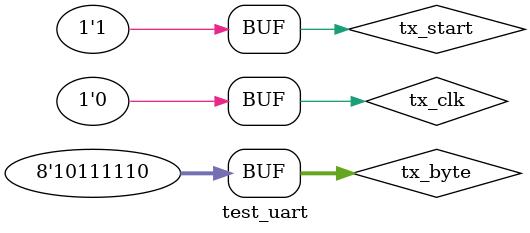
<source format=v>
`timescale 1ns / 1ps


module test_uart;

	// Inputs
	reg tx_clk;
	reg tx_start;
	reg [7:0] tx_byte;

	// Outputs
	wire tx_ready;
	wire tx_sending;
	wire tx_output;

	// Instantiate the Unit Under Test (UUT)
	uart uut (
		.tx_clk(tx_clk), 
		.tx_start(tx_start), 
		.tx_ready(tx_ready), 
		.tx_byte(tx_byte), 
		.tx_sending(tx_sending), 
		.tx_output(tx_output)
	);

	initial begin
		// Initialize Inputs
		tx_clk = 0;
		tx_start = 0;
		tx_byte = 0;

		// Wait 100 ns for global reset to finish
		#100;
		tx_byte = 8'b10111110;
		tx_start = 1;
		// Add stimulus here

	end
      
endmodule


</source>
